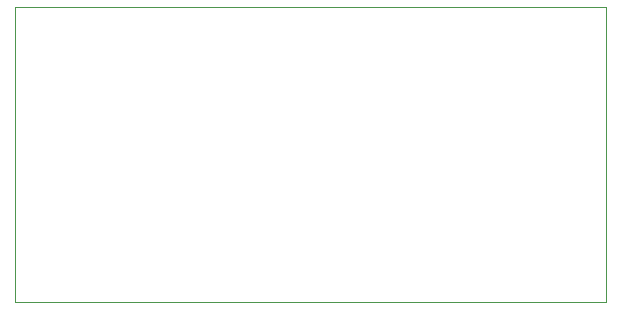
<source format=gbr>
%FSTAX23Y23*%
%MOIN*%
%SFA1B1*%

%IPPOS*%
%ADD31C,0.001000*%
%LNbuck-converter_profile-1*%
%LPD*%
G54D31*
X00019Y0D02*
Y00984D01*
X01988*
Y0*
X00019*
M02*
</source>
